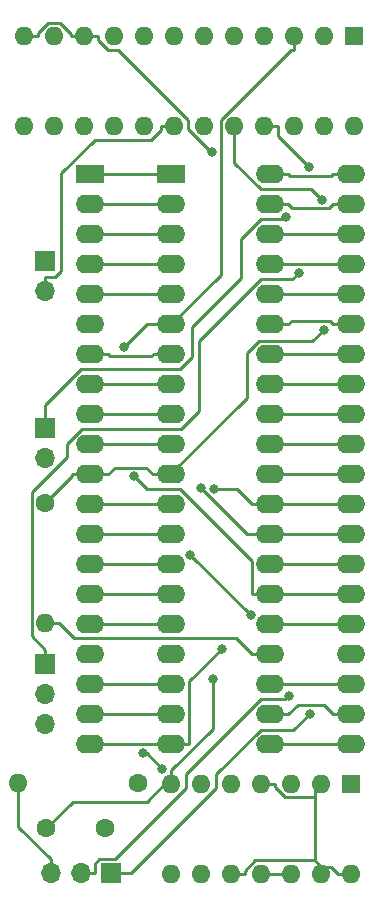
<source format=gbl>
G04 #@! TF.GenerationSoftware,KiCad,Pcbnew,(6.0.11)*
G04 #@! TF.CreationDate,2024-06-07T20:39:17+02:00*
G04 #@! TF.ProjectId,z80-dot-gal,7a38302d-646f-4742-9d67-616c2e6b6963,rev?*
G04 #@! TF.SameCoordinates,Original*
G04 #@! TF.FileFunction,Copper,L2,Bot*
G04 #@! TF.FilePolarity,Positive*
%FSLAX46Y46*%
G04 Gerber Fmt 4.6, Leading zero omitted, Abs format (unit mm)*
G04 Created by KiCad (PCBNEW (6.0.11)) date 2024-06-07 20:39:17*
%MOMM*%
%LPD*%
G01*
G04 APERTURE LIST*
G04 #@! TA.AperFunction,ComponentPad*
%ADD10C,1.600000*%
G04 #@! TD*
G04 #@! TA.AperFunction,ComponentPad*
%ADD11R,1.700000X1.700000*%
G04 #@! TD*
G04 #@! TA.AperFunction,ComponentPad*
%ADD12O,1.700000X1.700000*%
G04 #@! TD*
G04 #@! TA.AperFunction,ComponentPad*
%ADD13R,1.600000X1.600000*%
G04 #@! TD*
G04 #@! TA.AperFunction,ComponentPad*
%ADD14O,1.600000X1.600000*%
G04 #@! TD*
G04 #@! TA.AperFunction,ComponentPad*
%ADD15R,2.400000X1.600000*%
G04 #@! TD*
G04 #@! TA.AperFunction,ComponentPad*
%ADD16O,2.400000X1.600000*%
G04 #@! TD*
G04 #@! TA.AperFunction,ViaPad*
%ADD17C,0.800000*%
G04 #@! TD*
G04 #@! TA.AperFunction,Conductor*
%ADD18C,0.250000*%
G04 #@! TD*
G04 APERTURE END LIST*
D10*
X121920000Y-129794000D03*
X116920000Y-129794000D03*
D11*
X116840000Y-81788000D03*
D12*
X116840000Y-84328000D03*
X116840000Y-98425000D03*
D11*
X116840000Y-95885000D03*
D13*
X142753000Y-125994000D03*
D14*
X140213000Y-125994000D03*
X137673000Y-125994000D03*
X135133000Y-125994000D03*
X132593000Y-125994000D03*
X130053000Y-125994000D03*
X127513000Y-125994000D03*
X127513000Y-133614000D03*
X130053000Y-133614000D03*
X132593000Y-133614000D03*
X135133000Y-133614000D03*
X137673000Y-133614000D03*
X140213000Y-133614000D03*
X142753000Y-133614000D03*
D11*
X116840000Y-115839000D03*
D12*
X116840000Y-118379000D03*
X116840000Y-120919000D03*
X117333000Y-133604000D03*
X119873000Y-133604000D03*
D11*
X122413000Y-133604000D03*
D15*
X127508000Y-74422000D03*
D16*
X127508000Y-76962000D03*
X127508000Y-79502000D03*
X127508000Y-82042000D03*
X127508000Y-84582000D03*
X127508000Y-87122000D03*
X127508000Y-89662000D03*
X127508000Y-92202000D03*
X127508000Y-94742000D03*
X127508000Y-97282000D03*
X127508000Y-99822000D03*
X127508000Y-102362000D03*
X127508000Y-104902000D03*
X127508000Y-107442000D03*
X127508000Y-109982000D03*
X127508000Y-112522000D03*
X127508000Y-115062000D03*
X127508000Y-117602000D03*
X127508000Y-120142000D03*
X127508000Y-122682000D03*
X142748000Y-122682000D03*
X142748000Y-120142000D03*
X142748000Y-117602000D03*
X142748000Y-115062000D03*
X142748000Y-112522000D03*
X142748000Y-109982000D03*
X142748000Y-107442000D03*
X142748000Y-104902000D03*
X142748000Y-102362000D03*
X142748000Y-99822000D03*
X142748000Y-97282000D03*
X142748000Y-94742000D03*
X142748000Y-92202000D03*
X142748000Y-89662000D03*
X142748000Y-87122000D03*
X142748000Y-84582000D03*
X142748000Y-82042000D03*
X142748000Y-79502000D03*
X142748000Y-76962000D03*
X142748000Y-74422000D03*
D14*
X143002000Y-70358000D03*
X140462000Y-70358000D03*
X137922000Y-70358000D03*
X135382000Y-70358000D03*
X132842000Y-70358000D03*
X130302000Y-70358000D03*
X127762000Y-70358000D03*
X125222000Y-70358000D03*
X122682000Y-70358000D03*
X120142000Y-70358000D03*
X117602000Y-70358000D03*
X115062000Y-70358000D03*
X115062000Y-62738000D03*
X117602000Y-62738000D03*
X120142000Y-62738000D03*
X122682000Y-62738000D03*
X125222000Y-62738000D03*
X127762000Y-62738000D03*
X130302000Y-62738000D03*
X132842000Y-62738000D03*
X135382000Y-62738000D03*
X137922000Y-62738000D03*
X140462000Y-62738000D03*
D13*
X143002000Y-62738000D03*
D15*
X120645000Y-74422000D03*
D16*
X120645000Y-76962000D03*
X120645000Y-79502000D03*
X120645000Y-82042000D03*
X120645000Y-84582000D03*
X120645000Y-87122000D03*
X120645000Y-89662000D03*
X120645000Y-92202000D03*
X120645000Y-94742000D03*
X120645000Y-97282000D03*
X120645000Y-99822000D03*
X120645000Y-102362000D03*
X120645000Y-104902000D03*
X120645000Y-107442000D03*
X120645000Y-109982000D03*
X120645000Y-112522000D03*
X120645000Y-115062000D03*
X120645000Y-117602000D03*
X120645000Y-120142000D03*
X120645000Y-122682000D03*
X135885000Y-122682000D03*
X135885000Y-120142000D03*
X135885000Y-117602000D03*
X135885000Y-115062000D03*
X135885000Y-112522000D03*
X135885000Y-109982000D03*
X135885000Y-107442000D03*
X135885000Y-104902000D03*
X135885000Y-102362000D03*
X135885000Y-99822000D03*
X135885000Y-97282000D03*
X135885000Y-94742000D03*
X135885000Y-92202000D03*
X135885000Y-89662000D03*
X135885000Y-87122000D03*
X135885000Y-84582000D03*
X135885000Y-82042000D03*
X135885000Y-79502000D03*
X135885000Y-76962000D03*
X135885000Y-74422000D03*
D10*
X124714000Y-125984000D03*
D14*
X114554000Y-125984000D03*
D10*
X116840000Y-102235000D03*
D14*
X116840000Y-112395000D03*
D17*
X125130200Y-123416200D03*
X126753400Y-124753400D03*
X140246900Y-76577200D03*
X139151700Y-73826000D03*
X137239800Y-78021300D03*
X137440400Y-118599200D03*
X139205100Y-120075600D03*
X138298300Y-82770100D03*
X130968900Y-72488400D03*
X131129200Y-101076600D03*
X130990900Y-117116600D03*
X129981600Y-101013800D03*
X124306800Y-99968500D03*
X134231900Y-111741700D03*
X129109000Y-106618800D03*
X131754000Y-114601900D03*
X123486100Y-89051100D03*
X140415100Y-87567900D03*
D18*
X125416200Y-123416200D02*
X125130200Y-123416200D01*
X126753400Y-124753400D02*
X125416200Y-123416200D01*
X117672300Y-83151100D02*
X116840000Y-83151100D01*
X118204600Y-82618800D02*
X117672300Y-83151100D01*
X118204600Y-74332100D02*
X118204600Y-82618800D01*
X121051800Y-71484900D02*
X118204600Y-74332100D01*
X125790000Y-71484900D02*
X121051800Y-71484900D01*
X126635100Y-70639800D02*
X125790000Y-71484900D01*
X126635100Y-70358000D02*
X126635100Y-70639800D01*
X127762000Y-70358000D02*
X126635100Y-70358000D01*
X116840000Y-84328000D02*
X116840000Y-83151100D01*
X139361700Y-75692000D02*
X140246900Y-76577200D01*
X135113700Y-75692000D02*
X139361700Y-75692000D01*
X132842000Y-73420300D02*
X135113700Y-75692000D01*
X132842000Y-70358000D02*
X132842000Y-73420300D01*
X136508900Y-71183200D02*
X139151700Y-73826000D01*
X136508900Y-70358000D02*
X136508900Y-71183200D01*
X135382000Y-70358000D02*
X136508900Y-70358000D01*
X137029100Y-78232000D02*
X137239800Y-78021300D01*
X135096100Y-78232000D02*
X137029100Y-78232000D01*
X133416700Y-79911400D02*
X135096100Y-78232000D01*
X133416700Y-83204900D02*
X133416700Y-79911400D01*
X129286500Y-87335100D02*
X133416700Y-83204900D01*
X129286500Y-89920400D02*
X129286500Y-87335100D01*
X128274900Y-90932000D02*
X129286500Y-89920400D01*
X119893400Y-90932000D02*
X128274900Y-90932000D01*
X116840000Y-93985400D02*
X119893400Y-90932000D01*
X116840000Y-95885000D02*
X116840000Y-93985400D01*
X137167600Y-118872000D02*
X137440400Y-118599200D01*
X135122200Y-118872000D02*
X137167600Y-118872000D01*
X128783000Y-125211200D02*
X135122200Y-118872000D01*
X128783000Y-126365500D02*
X128783000Y-125211200D01*
X122721400Y-132427100D02*
X128783000Y-126365500D01*
X121417600Y-132427100D02*
X122721400Y-132427100D01*
X121049900Y-132794800D02*
X121417600Y-132427100D01*
X121049900Y-133604000D02*
X121049900Y-132794800D01*
X119873000Y-133604000D02*
X121049900Y-133604000D01*
X137834300Y-121446400D02*
X139205100Y-120075600D01*
X135087500Y-121446400D02*
X137834300Y-121446400D01*
X131323000Y-125210900D02*
X135087500Y-121446400D01*
X131323000Y-126338100D02*
X131323000Y-125210900D01*
X124057100Y-133604000D02*
X131323000Y-126338100D01*
X122413000Y-133604000D02*
X124057100Y-133604000D01*
X116840000Y-115839000D02*
X116840000Y-114662100D01*
X137756400Y-83312000D02*
X138298300Y-82770100D01*
X135091700Y-83312000D02*
X137756400Y-83312000D01*
X129882900Y-88520800D02*
X135091700Y-83312000D01*
X129882900Y-94431100D02*
X129882900Y-88520800D01*
X128302000Y-96012000D02*
X129882900Y-94431100D01*
X119903900Y-96012000D02*
X128302000Y-96012000D01*
X118667700Y-97248200D02*
X119903900Y-96012000D01*
X118667700Y-98333000D02*
X118667700Y-97248200D01*
X115706300Y-101294400D02*
X118667700Y-98333000D01*
X115706300Y-113528400D02*
X115706300Y-101294400D01*
X116840000Y-114662100D02*
X115706300Y-113528400D01*
X141061200Y-74581900D02*
X141221100Y-74422000D01*
X137571800Y-74581900D02*
X141061200Y-74581900D01*
X137411900Y-74422000D02*
X137571800Y-74581900D01*
X135885000Y-74422000D02*
X137411900Y-74422000D01*
X142748000Y-74422000D02*
X141221100Y-74422000D01*
X135885000Y-76962000D02*
X137411900Y-76962000D01*
X142748000Y-76962000D02*
X141221100Y-76962000D01*
X137754400Y-77304500D02*
X137411900Y-76962000D01*
X140878600Y-77304500D02*
X137754400Y-77304500D01*
X141221100Y-76962000D02*
X140878600Y-77304500D01*
X141221100Y-79502000D02*
X137411900Y-79502000D01*
X142748000Y-79502000D02*
X141221100Y-79502000D01*
X135885000Y-79502000D02*
X137411900Y-79502000D01*
X135885000Y-82042000D02*
X142748000Y-82042000D01*
X135885000Y-84582000D02*
X142748000Y-84582000D01*
X142748000Y-87122000D02*
X141221100Y-87122000D01*
X135885000Y-87122000D02*
X137411900Y-87122000D01*
X137692900Y-86841000D02*
X137411900Y-87122000D01*
X140940100Y-86841000D02*
X137692900Y-86841000D01*
X141221100Y-87122000D02*
X140940100Y-86841000D01*
X135885000Y-89662000D02*
X142748000Y-89662000D01*
X135885000Y-92202000D02*
X142748000Y-92202000D01*
X135885000Y-94742000D02*
X142748000Y-94742000D01*
X135885000Y-97282000D02*
X142748000Y-97282000D01*
X135885000Y-99822000D02*
X142748000Y-99822000D01*
X142748000Y-102362000D02*
X135885000Y-102362000D01*
X135885000Y-102362000D02*
X134358100Y-102362000D01*
X120142000Y-62738000D02*
X121268900Y-62738000D01*
X119015100Y-62504500D02*
X119015100Y-62738000D01*
X118090500Y-61579900D02*
X119015100Y-62504500D01*
X117065300Y-61579900D02*
X118090500Y-61579900D01*
X116188900Y-62456300D02*
X117065300Y-61579900D01*
X116188900Y-62738000D02*
X116188900Y-62456300D01*
X115062000Y-62738000D02*
X116188900Y-62738000D01*
X120142000Y-62738000D02*
X119015100Y-62738000D01*
X137673000Y-133614000D02*
X135133000Y-133614000D01*
X127513000Y-125994000D02*
X127513000Y-125430500D01*
X127513000Y-125430500D02*
X127513000Y-124867100D01*
X119180400Y-127533600D02*
X116920000Y-129794000D01*
X125409900Y-127533600D02*
X119180400Y-127533600D01*
X127513000Y-125430500D02*
X125409900Y-127533600D01*
X130837900Y-72488400D02*
X130968900Y-72488400D01*
X128888900Y-70539400D02*
X130837900Y-72488400D01*
X128888900Y-69802900D02*
X128888900Y-70539400D01*
X122950900Y-63864900D02*
X128888900Y-69802900D01*
X122114000Y-63864900D02*
X122950900Y-63864900D01*
X121268900Y-63019800D02*
X122114000Y-63864900D01*
X121268900Y-62738000D02*
X121268900Y-63019800D01*
X130990900Y-121389200D02*
X130990900Y-117116600D01*
X127513000Y-124867100D02*
X130990900Y-121389200D01*
X133072700Y-101076600D02*
X131129200Y-101076600D01*
X134358100Y-102362000D02*
X133072700Y-101076600D01*
X142748000Y-104902000D02*
X135885000Y-104902000D01*
X133869800Y-104902000D02*
X129981600Y-101013800D01*
X135885000Y-104902000D02*
X133869800Y-104902000D01*
X135885000Y-107442000D02*
X142748000Y-107442000D01*
X142748000Y-109982000D02*
X135885000Y-109982000D01*
X125430300Y-101092000D02*
X124306800Y-99968500D01*
X128264900Y-101092000D02*
X125430300Y-101092000D01*
X134358100Y-107185200D02*
X128264900Y-101092000D01*
X134358100Y-109982000D02*
X134358100Y-107185200D01*
X135885000Y-109982000D02*
X134358100Y-109982000D01*
X135885000Y-112522000D02*
X142748000Y-112522000D01*
X142748000Y-117602000D02*
X135885000Y-117602000D01*
X134231900Y-111741700D02*
X129109000Y-106618800D01*
X140425400Y-119346300D02*
X141221100Y-120142000D01*
X138207600Y-119346300D02*
X140425400Y-119346300D01*
X137411900Y-120142000D02*
X138207600Y-119346300D01*
X135885000Y-120142000D02*
X137411900Y-120142000D01*
X142748000Y-120142000D02*
X141221100Y-120142000D01*
X135885000Y-122682000D02*
X142748000Y-122682000D01*
X120645000Y-122682000D02*
X127508000Y-122682000D01*
X127508000Y-122682000D02*
X129034900Y-122682000D01*
X129034900Y-117321000D02*
X131754000Y-114601900D01*
X129034900Y-122682000D02*
X129034900Y-117321000D01*
X120645000Y-120142000D02*
X127508000Y-120142000D01*
X120645000Y-117602000D02*
X127508000Y-117602000D01*
X120645000Y-112522000D02*
X127508000Y-112522000D01*
X120645000Y-109982000D02*
X127508000Y-109982000D01*
X120645000Y-107442000D02*
X127508000Y-107442000D01*
X120645000Y-104902000D02*
X127508000Y-104902000D01*
X125981100Y-102362000D02*
X120645000Y-102362000D01*
X127508000Y-102362000D02*
X125981100Y-102362000D01*
X120645000Y-97282000D02*
X127508000Y-97282000D01*
X120645000Y-94742000D02*
X127508000Y-94742000D01*
X120645000Y-92202000D02*
X127508000Y-92202000D01*
X125865100Y-89778000D02*
X125981100Y-89662000D01*
X122287900Y-89778000D02*
X125865100Y-89778000D01*
X122171900Y-89662000D02*
X122287900Y-89778000D01*
X120645000Y-89662000D02*
X122171900Y-89662000D01*
X127508000Y-89662000D02*
X125981100Y-89662000D01*
X137922000Y-62738000D02*
X137922000Y-63864900D01*
X131704700Y-82925300D02*
X127508000Y-87122000D01*
X131704700Y-69800500D02*
X131704700Y-82925300D01*
X137640300Y-63864900D02*
X131704700Y-69800500D01*
X137922000Y-63864900D02*
X137640300Y-63864900D01*
X125415200Y-87122000D02*
X123486100Y-89051100D01*
X127508000Y-87122000D02*
X125415200Y-87122000D01*
X120645000Y-84582000D02*
X127508000Y-84582000D01*
X120645000Y-82042000D02*
X122171900Y-82042000D01*
X125981100Y-82042000D02*
X122171900Y-82042000D01*
X127508000Y-82042000D02*
X125981100Y-82042000D01*
X120645000Y-79502000D02*
X127508000Y-79502000D01*
X120645000Y-76962000D02*
X127508000Y-76962000D01*
X120645000Y-74422000D02*
X127508000Y-74422000D01*
X135885000Y-115062000D02*
X134358100Y-115062000D01*
X116840000Y-112395000D02*
X117966900Y-112395000D01*
X119277200Y-113705300D02*
X117966900Y-112395000D01*
X133001400Y-113705300D02*
X119277200Y-113705300D01*
X134358100Y-115062000D02*
X133001400Y-113705300D01*
X114554000Y-129648100D02*
X117333000Y-132427100D01*
X114554000Y-125984000D02*
X114554000Y-129648100D01*
X117333000Y-133604000D02*
X117333000Y-132427100D01*
X140213000Y-125994000D02*
X139649600Y-125994000D01*
X120645000Y-99822000D02*
X122171900Y-99822000D01*
X140213000Y-133614000D02*
X140213000Y-133050500D01*
X141062600Y-133050500D02*
X141626100Y-133614000D01*
X140213000Y-133050500D02*
X141062600Y-133050500D01*
X142753000Y-133614000D02*
X141626100Y-133614000D01*
X135133000Y-125994000D02*
X136259900Y-125994000D01*
X126744600Y-99822000D02*
X127322100Y-99822000D01*
X126744600Y-99822000D02*
X125981100Y-99822000D01*
X127508000Y-99822000D02*
X127415100Y-99822000D01*
X127415100Y-99822000D02*
X127322100Y-99822000D01*
X139447900Y-88535100D02*
X140415100Y-87567900D01*
X134940100Y-88535100D02*
X139447900Y-88535100D01*
X133921300Y-89553900D02*
X134940100Y-88535100D01*
X133921300Y-93315800D02*
X133921300Y-89553900D01*
X127415100Y-99822000D02*
X133921300Y-93315800D01*
X119118100Y-99956900D02*
X119118100Y-99822000D01*
X116840000Y-102235000D02*
X119118100Y-99956900D01*
X120645000Y-99822000D02*
X119118100Y-99822000D01*
X122752300Y-99241600D02*
X122171900Y-99822000D01*
X125400700Y-99241600D02*
X122752300Y-99241600D01*
X125981100Y-99822000D02*
X125400700Y-99241600D01*
X136259900Y-126275800D02*
X136259900Y-125994000D01*
X137105000Y-127120900D02*
X136259900Y-126275800D01*
X139649600Y-127120900D02*
X137105000Y-127120900D01*
X139649600Y-125994000D02*
X139649600Y-127120900D01*
X132593000Y-133614000D02*
X133719900Y-133614000D01*
X133719900Y-133380500D02*
X133719900Y-133614000D01*
X134613300Y-132487100D02*
X133719900Y-133380500D01*
X139649600Y-132487100D02*
X134613300Y-132487100D01*
X139649600Y-127120900D02*
X139649600Y-132487100D01*
X139649600Y-132487100D02*
X140213000Y-133050500D01*
M02*

</source>
